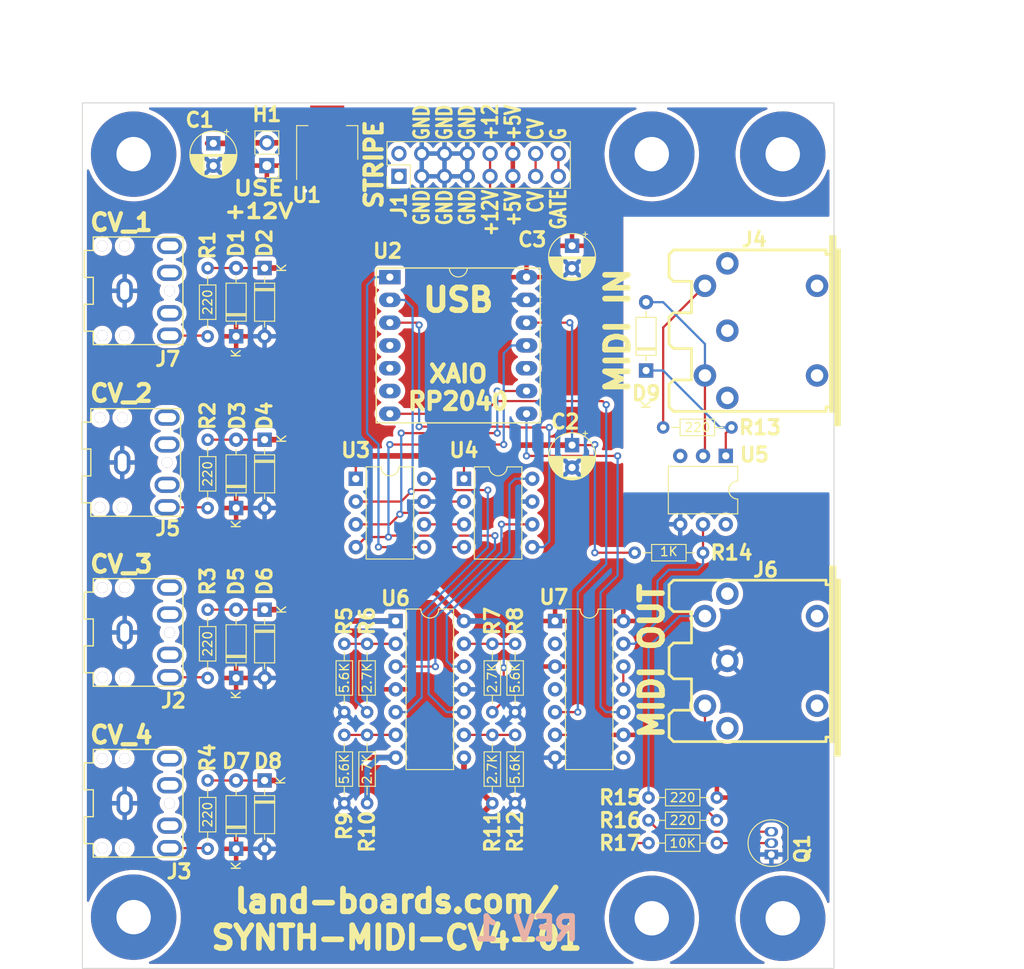
<source format=kicad_pcb>
(kicad_pcb (version 20211014) (generator pcbnew)
  (title_block (title "SYNTH MIDI COMTROLLER") (date "2022-09-23") (rev "1") (company "LAND BOARDS, LLC"))
  (layers (0 "F.Cu" signal) (31 "B.Cu" signal) (34 "B.Paste" user) (35 "F.Paste" user) (36 "B.SilkS" user "B.Silkscreen") (37 "F.SilkS" user "F.Silkscreen") (38 "B.Mask" user) (39 "F.Mask" user) (44 "Edge.Cuts" user))
  (net 0 "")
  (net 1 "Net-(D5-Pad1)")
  (net 2 "+3V3")
  (net 3 "+5V")
  (net 5 "+12V")
  (net 6 "Net-(C1-Pad1)")
  (net 11 "/RXD")
  (net 14 "/MIDI_IN")
  (net 15 "/CV_OUT")
  (net 16 "/CV4_I")
  (net 17 "/GATE_OUT")
  (net 18 "/CV3_I")
  (net 19 "Net-(D5-Pad2)")
  (net 20 "Net-(J6-Pad5)")
  (net 21 "Net-(Q1-Pad2)")
  (net 22 "Net-(Q1-Pad3)")
  (net 23 "/CV1_I")
  (net 24 "Net-(J6-Pad4)")
  (net 25 "/CV2_I")
  (net 26 "/CV4")
  (net 27 "/CV3")
  (net 29 "/CV1")
  (net 30 "Net-(U2-Pad6)")
  (net 31 "/CV2")
  (net 39 "GND")
  (net 40 "Net-(U2-Pad7)")
  (net 41 "Net-(U4-Pad11)")
  (net 42 "Net-(U6-Pad8)")
  (net 44 "Net-(U2-Pad5)")
  (net 45 "Net-(U5-Pad3)")
  (net 46 "Net-(U5-Pad5)")
  (net 47 "Net-(U7-Pad6)")
  (net 48 "/LD34*")
  (net 49 "/CS*")
  (net 50 "/LD12*")
  (net 51 "/SCK")
  (net 52 "/MOSI")
  (net 53 "Net-(R5-Pad2)")
  (net 54 "Net-(R7-Pad1)")
  (net 55 "Net-(R10-Pad1)")
  (net 56 "Net-(R11-Pad1)")
  (net 57 "Net-(R14-Pad1)")
  (net 58 "Net-(R17-Pad2)")
  (footprint "Capacitor_THT:CP_Radial_D5.0mm_P2.50mm" (layer "F.Cu") (at 140.97 38.799888 -90)
    (fp_text reference "C3")
    (fp_text value "10uF")
  )
  (footprint "Diode_THT:D_DO-35_SOD27_P7.62mm_Horizontal" (layer "F.Cu") (at 106.68 98.425 -90)
    (fp_text reference "D8")
    (fp_text value "BAT41")
  )
  (footprint "Capacitor_THT:CP_Radial_D5.0mm_P2.50mm" (layer "F.Cu") (at 140.97 61.024888 -90)
    (fp_text reference "C2")
    (fp_text value "10uF")
  )
  (footprint "Diode_THT:D_DO-35_SOD27_P7.62mm_Horizontal" (layer "F.Cu") (at 106.68 41.275 -90)
    (fp_text reference "D2")
    (fp_text value "BAT41")
  )
  (footprint "LandBoards_MountHoles:MTG-6-32" (layer "F.Cu") (at 92.075 113.665)
    (fp_text reference "MTG2" hide)
    (fp_text value "MountingHole" hide)
  )
  (footprint "Resistor_THT:R_Axial_DIN0204_L3.6mm_D1.6mm_P7.62mm_Horizontal" (layer "F.Cu") (at 132.08 93.345 -90)
    (fp_text reference "R11")
    (fp_text value "2.7K")
  )
  (footprint "LandBoards_MountHoles:MTG-6-32" (layer "F.Cu") (at 164.465 28.575)
    (fp_text reference "MTG3" hide)
    (fp_text value "MountingHole" hide)
  )
  (footprint "LandBoards_MountHoles:MTG-6-32" (layer "F.Cu") (at 146.558 114.173)
    (fp_text reference "MTG6" hide)
    (fp_text value "MountingHole" hide)
  )
  (footprint "Resistor_THT:R_Axial_DIN0204_L3.6mm_D1.6mm_P7.62mm_Horizontal" (layer "F.Cu") (at 100.33 60.42 -90)
    (fp_text reference "R2")
    (fp_text value "220")
  )
  (footprint "Resistor_THT:R_Axial_DIN0204_L3.6mm_D1.6mm_P7.62mm_Horizontal" (layer "F.Cu") (at 118.11 93.345 -90)
    (fp_text reference "R10")
    (fp_text value "2.7K")
  )
  (footprint "Resistor_THT:R_Axial_DIN0204_L3.6mm_D1.6mm_P7.62mm_Horizontal" (layer "F.Cu") (at 100.33 98.425 -90)
    (fp_text reference "R4")
    (fp_text value "220")
  )
  (footprint "Resistor_THT:R_Axial_DIN0204_L3.6mm_D1.6mm_P7.62mm_Horizontal" (layer "F.Cu") (at 151.13 59.055)
    (fp_text reference "R13")
    (fp_text value "220")
  )
  (footprint "Resistor_THT:R_Axial_DIN0204_L3.6mm_D1.6mm_P7.62mm_Horizontal" (layer "F.Cu") (at 132.08 83.185 -90)
    (fp_text reference "R7")
    (fp_text value "2.7K")
  )
  (footprint "LandBoards_Conns:Jack_3.5mm_CUI_SJ1-3523N_Horizontal" (layer "F.Cu") (at 91.075 100.965 90)
    (fp_text reference "J3")
    (fp_text value "AudioJack3" hide)
  )
  (footprint "Package_DIP:DIP-8_W7.62mm" (layer "F.Cu") (at 116.85 64.78)
    (fp_text reference "U3")
    (fp_text value "MCP4822-E/P")
  )
  (footprint "Package_DIP:DIP-6_W7.62mm" (layer "F.Cu") (at 158.115 62.23 -90)
    (fp_text reference "U5")
    (fp_text value "4N26")
  )
  (footprint "LandBoards_Conns:Jack_3.5mm_CUI_SJ1-3523N_Horizontal" (layer "F.Cu") (at 90.805 62.96 90)
    (fp_text reference "J5")
    (fp_text value "AudioJack3" hide)
  )
  (footprint "Diode_THT:D_DO-35_SOD27_P7.62mm_Horizontal" (layer "F.Cu") (at 103.505 68.04 90)
    (fp_text reference "D3")
    (fp_text value "BAT41")
  )
  (footprint "Package_DIP:DIP-8_W7.62mm" (layer "F.Cu") (at 128.915 64.78)
    (fp_text reference "U4")
    (fp_text value "MCP4822-E/P")
  )
  (footprint "Resistor_THT:R_Axial_DIN0204_L3.6mm_D1.6mm_P7.62mm_Horizontal" (layer "F.Cu") (at 118.11 83.185 -90)
    (fp_text reference "R6")
    (fp_text value "2.7K")
  )
  (footprint "Diode_THT:D_DO-35_SOD27_P7.62mm_Horizontal" (layer "F.Cu") (at 149.225 52.705 90)
    (fp_text reference "D9")
    (fp_text value "BAT41")
  )
  (footprint "Resistor_THT:R_Axial_DIN0204_L3.6mm_D1.6mm_P7.62mm_Horizontal" (layer "F.Cu") (at 100.33 41.275 -90)
    (fp_text reference "R1")
    (fp_text value "220")
  )
  (footprint "Diode_THT:D_DO-35_SOD27_P7.62mm_Horizontal" (layer "F.Cu") (at 103.505 48.895 90)
    (fp_text reference "D1")
    (fp_text value "BAT41")
  )
  (footprint "Diode_THT:D_DO-35_SOD27_P7.62mm_Horizontal" (layer "F.Cu") (at 103.505 106.045 90)
    (fp_text reference "D7")
    (fp_text value "BAT41")
  )
  (footprint "Diode_THT:D_DO-35_SOD27_P7.62mm_Horizontal" (layer "F.Cu") (at 106.68 79.375 -90)
    (fp_text reference "D6")
    (fp_text value "BAT41")
  )
  (footprint "Package_DIP:DIP-14_W7.62mm" (layer "F.Cu") (at 121.295 80.64)
    (fp_text reference "U6")
    (fp_text value "MCP6004")
  )
  (footprint "LandBoards_Conns:MIDI_DIN-5" (layer "F.Cu") (at 161.29 85.09 90)
    (fp_text reference "J6")
    (fp_text value "DIN-5" hide)
  )
  (footprint "Resistor_THT:R_Axial_DIN0204_L3.6mm_D1.6mm_P7.62mm_Horizontal" (layer "F.Cu") (at 115.57 90.805 90)
    (fp_text reference "R5")
    (fp_text value "5.6K")
  )
  (footprint "Resistor_THT:R_Axial_DIN0204_L3.6mm_D1.6mm_P7.62mm_Horizontal" (layer "F.Cu") (at 100.33 79.375 -90)
    (fp_text reference "R3")
    (fp_text value "220")
  )
  (footprint "LandBoards_MountHoles:MTG-6-32" (layer "F.Cu") (at 147.574 28.194)
    (fp_text reference "MTG5" hide)
    (fp_text value "MountingHole" hide)
  )
  (footprint "Diode_THT:D_DO-35_SOD27_P7.62mm_Horizontal" (layer "F.Cu") (at 106.68 60.42 -90)
    (fp_text reference "D4")
    (fp_text value "BAT41")
  )
  (footprint "Connector_PinHeader_2.54mm:PinHeader_2x08_P2.54mm_Vertical" (layer "F.Cu") (at 121.666 31.05 90)
    (fp_text reference "J1")
    (fp_text value "Conn_02x08_Odd_Even")
  )
  (footprint "Resistor_THT:R_Axial_DIN0204_L3.6mm_D1.6mm_P7.62mm_Horizontal" (layer "F.Cu") (at 149.5 102.87)
    (fp_text reference "R16")
    (fp_text value "220")
  )
  (footprint "Package_TO_SOT_THT:TO-92_Inline" (layer "F.Cu") (at 163.195 106.68 90)
    (fp_text reference "Q1")
    (fp_text value "2N3904")
  )
  (footprint "LandBoards_BoardOutlines:QT_Py" (layer "F.Cu") (at 120.65 42.291)
    (fp_text reference "U2")
    (fp_text value "XIAO_RP2040")
  )
  (footprint "Diode_THT:D_DO-35_SOD27_P7.62mm_Horizontal" (layer "F.Cu") (at 103.505 86.995 90)
    (fp_text reference "D5")
    (fp_text value "BAT41")
  )
  (footprint "Connector_PinHeader_2.54mm:PinHeader_1x02_P2.54mm_Vertical" (layer "F.Cu") (at 106.934 29.85 180)
    (fp_text reference "H1")
    (fp_text value "Conn_01x02")
  )
  (footprint "LandBoards_MountHoles:MTG-6-32" (layer "F.Cu") (at 164.465 113.665)
    (fp_text reference "MTG4" hide)
    (fp_text value "MountingHole" hide)
  )
  (footprint "LandBoards_MountHoles:MTG-6-32" (layer "F.Cu") (at 92.075 28.575)
    (fp_text reference "MTG1" hide)
    (fp_text value "MountingHole" hide)
  )
  (footprint "Resistor_THT:R_Axial_DIN0204_L3.6mm_D1.6mm_P7.62mm_Horizontal" (layer "F.Cu") (at 134.62 90.805 90)
    (fp_text reference "R8")
    (fp_text value "5.6K")
  )
  (footprint "Resistor_THT:R_Axial_DIN0204_L3.6mm_D1.6mm_P7.62mm_Horizontal" (layer "F.Cu") (at 155.575 73.025 180)
    (fp_text reference "R14")
    (fp_text value "1K")
  )
  (footprint "Resistor_THT:R_Axial_DIN0204_L3.6mm_D1.6mm_P7.62mm_Horizontal" (layer "F.Cu") (at 115.57 100.965 90)
    (fp_text reference "R9")
    (fp_text value "5.6K")
  )
  (footprint "Resistor_THT:R_Axial_DIN0204_L3.6mm_D1.6mm_P7.62mm_Horizontal" (layer "F.Cu") (at 134.62 100.965 90)
    (fp_text reference "R12")
    (fp_text value "5.6K")
  )
  (footprint "LandBoards_Conns:MIDI_DIN-5" (layer "F.Cu") (at 161.29 48.26 90)
    (fp_text reference "J4")
    (fp_text value "DIN-5" hide)
  )
  (footprint "Resistor_THT:R_Axial_DIN0204_L3.6mm_D1.6mm_P7.62mm_Horizontal" (layer "F.Cu") (at 149.5 100.33)
    (fp_text reference "R15")
    (fp_text value "220")
  )
  (footprint "LandBoards_Conns:Jack_3.5mm_CUI_SJ1-3523N_Horizontal" (layer "F.Cu") (at 91.075 81.915 90)
    (fp_text reference "J2")
    (fp_text value "AudioJack3" hide)
  )
  (footprint "Capacitor_THT:CP_Radial_D5.0mm_P2.50mm" (layer "F.Cu") (at 100.965 27.369888 -90)
    (fp_text reference "C1")
    (fp_text value "10uF")
  )
  (footprint "LandBoards_Conns:Jack_3.5mm_CUI_SJ1-3523N_Horizontal" (layer "F.Cu") (at 91.075 43.815 90)
    (fp_text reference "J7")
    (fp_text value "AudioJack3" hide)
  )
  (footprint "Package_DIP:DIP-14_W7.62mm" (layer "F.Cu") (at 139.075 80.64)
    (fp_text reference "U7")
    (fp_text value "74HC04")
  )
  (footprint "Resistor_THT:R_Axial_DIN0204_L3.6mm_D1.6mm_P7.62mm_Horizontal" (layer "F.Cu") (at 157.12 105.41 180)
    (fp_text reference "R17")
    (fp_text value "10K")
  )
  (footprint "Package_TO_SOT_SMD:SOT-223" (layer "F.Cu") (at 113.665 27.305 90)
    (fp_text reference "U1")
    (fp_text value "AZ1117-5")
  )
  (gr_rect (start 86.36 22.86) (end 170.18 119.38) (layer "Edge.Cuts") (width 0.1) (fill none))
  (gr_text "REV 1" (at 135.89 114.935) (layer "B.SilkS") (effects (font (size 2.54 2.54) (thickness 0.635)) (justify mirror)))
  (gr_text "XAIO\nRP2040" (at 128.27 54.61) (layer "F.SilkS") (effects (font (size 1.905 1.905) (thickness 0.47625))))
  (gr_text "STRIPE" (at 118.872 29.718 90) (layer "F.SilkS") (effects (font (size 1.905 1.905) (thickness 0.47625))))
  (gr_text "CV_3" (at 86.995 74.295) (layer "F.SilkS") (effects (font (size 1.8796 1.905) (thickness 0.4699)) (justify left)))
  (gr_text "GND" (at 126.746 27.178 90) (layer "F.SilkS") (effects (font (size 1.651 1.27) (thickness 0.3175)) (justify left)))
  (gr_text "GND" (at 129.286 27.178 90) (layer "F.SilkS") (effects (font (size 1.651 1.27) (thickness 0.3175)) (justify left)))
  (gr_text "CV_1" (at 86.995 36.195) (layer "F.SilkS") (effects (font (size 1.8796 1.905) (thickness 0.4699)) (justify left)))
  (gr_text "CV" (at 136.906 32.512 90) (layer "F.SilkS") (effects (font (size 1.651 1.27) (thickness 0.3175)) (justify right)))
  (gr_text "+5V" (at 134.366 27.18 90) (layer "F.SilkS") (effects (font (size 1.651 1.27) (thickness 0.3175)) (justify left)))
  (gr_text "land-boards.com/\nSYNTH-MIDI-CV4-01" (at 121.412 113.919) (layer "F.SilkS") (effects (font (size 2.54 2.54) (thickness 0.635))))
  (gr_text "GND" (at 124.206 32.38 90) (layer "F.SilkS") (effects (font (size 1.651 1.27) (thickness 0.3175)) (justify right)))
  (gr_text "+12V" (at 131.856 32.38 90) (layer "F.SilkS") (effects (font (size 1.651 1.27) (thickness 0.3175)) (justify right)))
  (gr_text "MIDI OUT" (at 149.86 85.09 90) (layer "F.SilkS") (effects (font (size 2.54 2.54) (thickness 0.635))))
  (gr_text "+5V" (at 134.366 32.512 90) (layer "F.SilkS") (effects (font (size 1.651 1.27) (thickness 0.3175)) (justify right)))
  (gr_text "GND" (at 129.286 32.38 90) (layer "F.SilkS") (effects (font (size 1.651 1.27) (thickness 0.3175)) (justify right)))
  (gr_text "GATE" (at 139.446 32.258 90) (layer "F.SilkS") (effects (font (size 1.651 1.27) (thickness 0.3175)) (justify right)))
  (gr_text "CV_4" (at 86.995 93.345) (layer "F.SilkS") (effects (font (size 1.905 1.905) (thickness 0.47625)) (justify left)))
  (gr_text "CV" (at 136.906 27.178 90) (layer "F.SilkS") (effects (font (size 1.651 1.27) (thickness 0.3175)) (justify left)))
  (gr_text "USB" (at 128.27 44.831) (layer "F.SilkS") (effects (font (size 2.54 2.54) (thickness 0.635))))
  (gr_text "+12" (at 131.826 27.18 90) (layer "F.SilkS") (effects (font (size 1.651 1.27) (thickness 0.3175)) (justify left)))
  (gr_text "GND" (at 124.206 27.178 90) (layer "F.SilkS") (effects (font (size 1.651 1.27) (thickness 0.3175)) (justify left)))
  (gr_text "GND" (at 126.746 32.38 90) (layer "F.SilkS") (effects (font (size 1.651 1.27) (thickness 0.3175)) (justify right)))
  (gr_text "CV_2" (at 86.995 55.245) (layer "F.SilkS") (effects (font (size 1.8796 1.905) (thickness 0.4699)) (justify left)))
  (gr_text "MIDI IN" (at 146.05 48.26 90) (layer "F.SilkS") (effects (font (size 2.54 2.54) (thickness 0.635))))
  (gr_text "G" (at 139.446 27.178 90) (layer "F.SilkS") (effects (font (size 1.651 1.27) (thickness 0.3175)) (justify left)))
  (gr_text "USE\n+12V" (at 106.045 33.655) (layer "F.SilkS") (effects (font (size 1.5875 1.905) (thickness 0.381))))
  (segment (start 158.115 59.69) (end 158.75 59.055) (width 0.25) (layer "F.Cu") (net 1))
  (segment (start 158.115 62.23) (end 158.115 59.69) (width 0.25) (layer "F.Cu") (net 1))
  (segment (start 151.13 52.705) (end 157.48 59.055) (width 0.25) (layer "B.Cu") (net 1))
  (segment (start 149.225 52.705) (end 151.13 52.705) (width 0.25) (layer "B.Cu") (net 1))
  (segment (start 158.75 59.055) (end 157.48 59.055) (width 0.25) (layer "B.Cu") (net 1))
  (segment (start 135.190112 61.024888) (end 140.97 61.024888) (width 0.635) (layer "F.Cu") (net 2))
  (segment (start 129.814 62.23) (end 128.915 63.129) (width 0.635) (layer "F.Cu") (net 2))
  (segment (start 140.97 61.024888) (end 143.445112 61.024888) (width 0.25) (layer "F.Cu") (net 2))
  (segment (start 118.618 62.23) (end 117.856 62.23) (width 0.635) (layer "F.Cu") (net 2))
  (segment (start 135.89 47.371) (end 140.716 47.371) (width 0.25) (layer "F.Cu") (net 2))
  (segment (start 116.85 64.78) (end 116.85 63.236) (width 0.25) (layer "F.Cu") (net 2))
  (segment (start 143.51 73.025) (end 147.955 73.025) (width 0.25) (layer "F.Cu") (net 2))
  (segment (start 117.856 62.23) (end 116.85 63.236) (width 0.635) (layer "F.Cu") (net 2))
  (segment (start 143.445112 61.024888) (end 143.51 60.96) (width 0.25) (layer "F.Cu") (net 2))
  (segment (start 128.915 63.129) (end 128.915 64.78) (width 0.25) (layer "F.Cu") (net 2))
  (segment (start 118.618 62.23) (end 133.985 62.23) (width 0.635) (layer "F.Cu") (net 2))
  (segment (start 133.985 62.23) (end 135.190112 61.024888) (width 0.635) (layer "F.Cu") (net 2))
  (via (at 143.51 60.96) (size 0.8) (drill 0.4) (layers "F.Cu" "B.Cu") (net 2))
  (via (at 140.716 47.371) (size 0.8) (drill 0.4) (layers "F.Cu" "B.Cu") (net 2))
  (via (at 143.51 73.025) (size 0.8) (drill 0.4) (layers "F.Cu" "B.Cu") (net 2))
  (segment (start 143.51 73.025) (end 143.51 61.024888) (width 0.25) (layer "B.Cu") (net 2))
  (segment (start 140.97 61.024888) (end 140.97 47.625) (width 0.25) (layer "B.Cu") (net 2))
  (segment (start 140.97 47.625) (end 140.716 47.371) (width 0.25) (layer "B.Cu") (net 2))
  (segment (start 118.11 34.925) (end 115.965 32.78) (width 0.635) (layer "F.Cu") (net 5))
  (segment (start 129.54 34.925) (end 118.11 34.925) (width 0.635) (layer "F.Cu") (net 5))
  (segment (start 131.826 31.05) (end 131.826 32.639) (width 0.254) (layer "F.Cu") (net 5))
  (segment (start 115.965 32.78) (end 115.965 30.455) (width 0.254) (layer "F.Cu") (net 5))
  (segment (start 129.54 34.925) (end 131.826 32.639) (width 0.635) (layer "F.Cu") (net 5))
  (segment (start 131.826 31.05) (end 131.826 28.51) (width 0.254) (layer "F.Cu") (net 5))
  (segment (start 104.132776 27.31) (end 106.934 27.31) (width 0.635) (layer "F.Cu") (net 6))
  (segment (start 113.665 27.305) (end 113.665 24.155) (width 0.635) (layer "F.Cu") (net 6))
  (segment (start 111.683 27.305) (end 111.678 27.31) (width 0.635) (layer "F.Cu") (net 6))
  (segment (start 100.33 27.369888) (end 104.072888 27.369888) (width 0.635) (layer "F.Cu") (net 6))
  (segment (start 113.665 27.305) (end 113.665 30.455) (width 0.635) (layer "F.Cu") (net 6))
  (segment (start 104.072888 27.369888) (end 104.132776 27.31) (width 0.635) (layer "F.Cu") (net 6))
  (segment (start 111.683 27.305) (end 113.665 27.305) (width 0.635) (layer "F.Cu") (net 6))
  (segment (start 111.678 27.31) (end 106.934 27.31) (width 0.635) (layer "F.Cu") (net 6))
  (segment (start 135.89 62.23) (end 146.05 62.23) (width 0.25) (layer "F.Cu") (net 11))
  (via (at 146.05 62.23) (size 0.8) (drill 0.4) (layers "F.Cu" "B.Cu") (net 11))
  (via (at 135.89 62.23) (size 0.8) (drill 0.4) (layers "F.Cu" "B.Cu") (net 11))
  (segment (start 144.775 90.8) (end 144.145 90.17) (width 0.25) (layer "B.Cu") (net 11))
  (segment (start 146.05 75.565) (end 144.145 77.47) (width 0.25) (layer "B.Cu") (net 11))
  (segment (start 146.05 62.23) (end 146.05 75.565) (width 0.25) (layer "B.Cu") (net 11))
  (segment (start 135.89 62.23) (end 135.89 57.531) (width 0.25) (layer "B.Cu") (net 11))
  (segment (start 144.145 90.17) (end 144.145 77.47) (width 0.25) (layer "B.Cu") (net 11))
  (segment (start 146.695 90.8) (end 144.775 90.8) (width 0.25) (layer "B.Cu") (net 11))
  (segment (start 151.13 47.92) (end 155.79 43.26) (width 0.25) (layer "F.Cu") (net 14))
  (segment (start 151.13 59.055) (end 151.13 47.92) (width 0.25) (layer "F.Cu") (net 14))
  (segment (start 136.906 28.51) (end 136.906 31.05) (width 0.254) (layer "F.Cu") (net 15))
  (segment (start 128.915 95.88) (end 128.915 97.8) (width 0.635) (layer "F.Cu") (net 16))
  (segment (start 103.505 98.425) (end 106.68 98.425) (width 0.25) (layer "F.Cu") (net 16))
  (segment (start 129.54 103.505) (end 132.08 100.965) (width 0.635) (layer "F.Cu") (net 16))
  (segment (start 128.915 97.8) (end 132.08 100.965) (width 0.635) (layer "F.Cu") (net 16))
  (segment (start 100.33 98.425) (end 103.505 98.425) (width 0.25) (layer "F.Cu") (net 16))
  (segment (start 113.03 103.505) (end 129.54 103.505) (width 0.635) (layer "F.Cu") (net 16))
  (segment (start 107.95 98.425) (end 113.03 103.505) (width 0.635) (layer "F.Cu") (net 16))
  (segment (start 106.68 98.425) (end 107.95 98.425) (width 0.635) (layer "F.Cu") (net 16))
  (segment (start 139.446 28.51) (end 139.446 31.05) (width 0.254) (layer "F.Cu") (net 17))
  (segment (start 109.855 91.44) (end 109.855 80.645) (width 0.635) (layer "F.Cu") (net 18))
  (segment (start 100.33 79.375) (end 103.505 79.375) (width 0.25) (layer "F.Cu") (net 18))
  (segment (start 109.855 80.645) (end 108.585 79.375) (width 0.635) (layer "F.Cu") (net 18))
  (segment (start 103.505 79.375) (end 106.68 79.375) (width 0.25) (layer "F.Cu") (net 18))
  (segment (start 121.295 95.88) (end 114.295 95.88) (width 0.635) (layer "F.Cu") (net 18))
  (segment (start 108.585 79.375) (end 106.68 79.375) (width 0.635) (layer "F.Cu") (net 18))
  (segment (start 114.295 95.88) (end 109.855 91.44) (width 0.635) (layer "F.Cu") (net 18))
  (segment (start 118.11 97.155) (end 119.385 95.88) (width 0.635) (layer "B.Cu") (net 18))
  (segment (start 119.385 95.88) (end 121.295 95.88) (width 0.635) (layer "B.Cu") (net 18))
  (segment (start 118.11 100.965) (end 118.11 97.155) (width 0.635) (layer "B.Cu") (net 18))
  (segment (start 155.79 53.26) (end 155.79 62.015) (width 0.25) (layer "F.Cu") (net 19))
  (segment (start 151.13 45.085) (end 155.79 49.745) (width 0.25) (layer "B.Cu") (net 19))
  (segment (start 149.225 45.085) (end 151.13 45.085) (width 0.25) (layer "B.Cu") (net 19))
  (segment (start 155.79 49.745) (end 155.79 53.26) (width 0.25) (layer "B.Cu") (net 19))
  (segment (start 155.79 101.54) (end 157.12 102.87) (width 0.25) (layer "F.Cu") (net 20))
  (segment (start 155.79 90.09) (end 155.79 101.54) (width 0.25) (layer "F.Cu") (net 20))
  (segment (start 157.12 105.41) (end 163.195 105.41) (width 0.25) (layer "F.Cu") (net 21))
  (segment (start 150.77 104.14) (end 163.195 104.14) (width 0.25) (layer "F.Cu") (net 22))
  (segment (start 149.5 102.87) (end 150.77 104.14) (width 0.25) (layer "F.Cu") (net 22))
  (segment (start 133.35 85.852) (end 133.35 89.535) (width 0.25) (layer "F.Cu") (net 23))
  (segment (start 113.03 73.025) (end 113.03 45.085) (width 0.635) (layer "F.Cu") (net 23))
  (segment (start 125.745 77.47) (end 128.915 80.64) (width 0.635) (layer "F.Cu") (net 23))
  (segment (start 117.475 77.47) (end 125.745 77.47) (width 0.635) (layer "F.Cu") (net 23))
  (segment (start 133.35 89.535) (end 132.08 90.805) (width 0.25) (layer "F.Cu") (net 23))
  (segment (start 113.03 45.085) (end 109.22 41.275) (width 0.635) (layer "F.Cu") (net 23))
  (segment (start 103.505 41.275) (end 106.68 41.275) (width 0.25) (layer "F.Cu") (net 23))
  (segment (start 109.22 41.275) (end 106.68 41.275) (width 0.635) (layer "F.Cu") (net 23))
  (segment (start 117.475 77.47) (end 113.03 73.025) (width 0.635) (layer "F.Cu") (net 23))
  (segment (start 100.33 41.275) (end 103.505 41.275) (width 0.25) (layer "F.Cu") (net 23))
  (via (at 133.35 85.852) (size 0.8) (drill 0.4) (layers "F.Cu" "B.Cu") (net 23))
  (segment (start 133.35 85.852) (end 133.35 81.28) (width 0.25) (layer "B.Cu") (net 23))
  (segment (start 132.71 80.64) (end 128.915 80.64) (width 0.635) (layer "B.Cu") (net 23))
  (segment (start 133.35 81.28) (end 132.71 80.64) (width 0.635) (layer "B.Cu") (net 23))
  (segment (start 155.79 80.09) (end 152.955 80.09) (width 0.25) (layer "B.Cu") (net 24))
  (segment (start 152.955 80.09) (end 149.5 83.545) (width 0.25) (layer "B.Cu") (net 24))
  (segment (start 149.5 83.545) (end 149.5 100.33) (width 0.25) (layer "B.Cu") (net 24))
  (segment (start 110.49 76.2) (end 110.49 62.23) (width 0.635) (layer "F.Cu") (net 25))
  (segment (start 121.295 80.64) (end 114.93 80.64) (width 0.635) (layer "F.Cu") (net 25))
  (segment (start 100.775 60.42) (end 103.95 60.42) (width 0.25) (layer "F.Cu") (net 25))
  (segment (start 114.93 80.64) (end 110.49 76.2) (width 0.635) (layer "F.Cu") (net 25))
  (segment (start 103.95 60.42) (end 107.125 60.42) (width 0.25) (layer "F.Cu") (net 25))
  (segment (start 108.68 60.42) (end 106.68 60.42) (width 0.635) (layer "F.Cu") (net 25))
  (segment (start 110.49 62.23) (end 108.68 60.42) (width 0.635) (layer "F.Cu") (net 25))
  (segment (start 116.84 89.535) (end 118.11 90.805) (width 0.25) (layer "B.Cu") (net 25))
  (segment (start 117.48 80.64) (end 121.295 80.64) (width 0.635) (layer "B.Cu") (net 25))
  (segment (start 116.84 81.28) (end 117.48 80.64) (width 0.25) (layer "B.Cu") (net 25))
  (segment (start 116.84 89.535) (end 116.84 81.28) (width 0.25) (layer "B.Cu") (net 25))
  (segment (start 96.075 105.965) (end 100.25 105.965) (width 0.25) (layer "F.Cu") (net 26))
  (segment (start 96.075 86.915) (end 100.25 86.915) (width 0.25) (layer "F.Cu") (net 27))
  (segment (start 96.075 48.815) (end 100.25 48.815) (width 0.25) (layer "F.Cu") (net 29))
  (segment (start 95.805 67.96) (end 100.25 67.96) (width 0.25) (layer "F.Cu") (net 31))
  (segment (start 111.238 32.678) (end 111.238 30.48) (width 0.254) (layer "F.Cu") (net 39))
  (via (at 111.238 32.678) (size 0.8) (drill 0.4) (layers "F.Cu" "B.Cu") (net 39))
  (segment (start 132.47948 56.11552) (end 144.38052 56.11552) (width 0.25) (layer "F.Cu") (net 40))
  (segment (start 144.38052 56.11552) (end 144.78 56.515) (width 0.25) (layer "F.Cu") (net 40))
  (segment (start 131.064 57.531) (end 132.47948 56.11552) (width 0.25) (layer "F.Cu") (net 40))
  (segment (start 141.61 90.8) (end 139.075 90.8) (width 0.25) (layer "F.Cu") (net 40))
  (segment (start 120.65 57.531) (end 131.064 57.531) (width 0.25) (layer "F.Cu") (net 40))
  (via (at 141.61 90.8) (size 0.8) (drill 0.4) (layers "F.Cu" "B.Cu") (net 40))
  (via (at 144.78 56.515) (size 0.8) (drill 0.4) (layers "F.Cu" "B.Cu") (net 40))
  (segment (start 141.61 90.8) (end 141.61 77.465) (width 0.25) (layer "B.Cu") (net 40))
  (segment (start 141.61 77.465) (end 144.78 74.295) (width 0.25) (layer "B.Cu") (net 40))
  (segment (start 144.78 56.515) (end 144.78 74.295) (width 0.25) (layer "B.Cu") (net 40))
  (segment (start 146.685 85.725) (end 146.685 88.265) (width 0.25) (layer "F.Cu") (net 41))
  (segment (start 136.535 64.78) (end 134.61 64.78) (width 0.25) (layer "B.Cu") (net 42))
  (segment (start 127 80.01) (end 127 85.09) (width 0.25) (layer "B.Cu") (net 42))
  (segment (start 127 85.09) (end 127.63 85.72) (width 0.25) (layer "B.Cu") (net 42))
  (segment (start 133.985 65.405) (end 133.985 73.025) (width 0.25) (layer "B.Cu") (net 42))
  (segment (start 134.61 64.78) (end 133.985 65.405) (width 0.25) (layer "B.Cu") (net 42))
  (segment (start 127.63 85.72) (end 128.915 85.72) (width 0.25) (layer "B.Cu") (net 42))
  (segment (start 133.985 73.025) (end 127 80.01) (width 0.25) (layer "B.Cu") (net 42))
  (segment (start 121.295 85.72) (end 125.725 85.72) (width 0.25) (layer "F.Cu") (net 45))
  (segment (start 125.725 85.72) (end 125.73 85.725) (width 0.25) (layer "F.Cu") (net 45))
  (segment (start 136.535 69.86) (end 133.106 69.86) (width 0.25) (layer "F.Cu") (net 45))
  (segment (start 133.106 69.86) (end 133.096 69.85) (width 0.25) (layer "F.Cu") (net 45))
  (via (at 125.73 85.725) (size 0.8) (drill 0.4) (layers "F.Cu" "B.Cu") (net 45))
  (via (at 133.096 69.85) (size 0.8) (drill 0.4) (layers "F.Cu" "B.Cu") (net 45))
  (segment (start 125.73 80.264) (end 125.73 85.725) (width 0.25) (layer "B.Cu") (net 45))
  (segment (start 133.096 72.898) (end 125.73 80.264) (width 0.25) (layer "B.Cu") (net 45))
  (segment (start 133.096 69.85) (end 133.096 72.898) (width 0.25) (layer "B.Cu") (net 45))
  (segment (start 124.47 64.78) (end 126.248 64.78) (width 0.25) (layer "F.Cu") (net 46))
  (segment (start 127.508 66.04) (end 131.572 66.04) (width 0.25) (layer "F.Cu") (net 46))
  (segment (start 126.248 64.78) (end 127.508 66.04) (width 0.25) (layer "F.Cu") (net 46))
  (via (at 131.572 66.04) (size 0.8) (drill 0.4) (layers "F.Cu" "B.Cu") (net 46))
  (segment (start 124.206 79.756) (end 124.206 89.164) (width 0.25) (layer "B.Cu") (net 46))
  (segment (start 121.295 90.8) (end 122.57 90.8) (width 0.25) (layer "B.Cu") (net 46))
  (segment (start 131.572 72.39) (end 124.206 79.756) (width 0.25) (layer "B.Cu") (net 46))
  (segment (start 122.57 90.8) (end 124.206 89.164) (width 0.25) (layer "B.Cu") (net 46))
  (segment (start 131.572 66.04) (end 131.572 72.39) (width 0.25) (layer "B.Cu") (net 46))
  (segment (start 124.47 69.86) (end 125.994 69.86) (width 0.25) (layer "F.Cu") (net 47))
  (segment (start 125.994 69.86) (end 127.254 71.12) (width 0.25) (layer "F.Cu") (net 47))
  (segment (start 127.254 71.12) (end 132.3715 71.12) (width 0.25) (layer "F.Cu") (net 47))
  (via (at 132.3715 71.12) (size 0.8) (drill 0.4) (layers "F.Cu" "B.Cu") (net 47))
  (segment (start 132.3715 71.12) (end 132.3715 72.6065) (width 0.25) (layer "B.Cu") (net 47))
  (segment (start 128.915 90.8) (end 126.995 90.8) (width 0.25) (layer "B.Cu") (net 47))
  (segment (start 124.968 88.773) (end 126.995 90.8) (width 0.25) (layer "B.Cu") (net 47))
  (segment (start 132.3715 72.6065) (end 124.968 80.01) (width 0.25) (layer "B.Cu") (net 47))
  (segment (start 124.968 80.01) (end 124.968 88.773) (width 0.25) (layer "B.Cu") (net 47))
  (segment (start 124.47 72.4) (end 119.39 72.4) (width 0.25) (layer "F.Cu") (net 48))
  (segment (start 119.39 72.4) (end 119.38 72.39) (width 0.25) (layer "F.Cu") (net 48))
  (via (at 119.38 72.39) (size 0.8) (drill 0.4) (layers "F.Cu" "B.Cu") (net 48))
  (segment (start 119.38 72.39) (end 119.38 60.96) (width 0.25) (layer "B.Cu") (net 48))
  (segment (start 118.11 59.69) (end 118.11 43.18) (width 0.25) (layer "B.Cu") (net 48))
  (segment (start 119.38 60.96) (end 118.11 59.69) (width 0.25) (layer "B.Cu") (net 48))
  (segment (start 118.999 42.291) (end 120.65 42.291) (width 0.25) (layer "B.Cu") (net 48))
  (segment (start 118.11 43.18) (end 118.999 42.291) (width 0.25) (layer "B.Cu") (net 48))
  (segment (start 128.915 67.32) (end 126.502 67.32) (width 0.25) (layer "F.Cu") (net 49))
  (segment (start 121.91 67.32) (end 123.034511 66.195489) (width 0.25) (layer "F.Cu") (net 49))
  (segment (start 126.502 67.32) (end 125.222 66.04) (width 0.25) (layer "F.Cu") (net 49))
  (segment (start 125.222 66.04) (end 123.19 66.04) (width 0.25) (layer "F.Cu") (net 49))
  (segment (start 123.19 66.04) (end 123.034511 66.195489) (width 0.25) (layer "F.Cu") (net 49))
  (segment (start 116.85 67.32) (end 121.91 67.32) (width 0.25) (layer "F.Cu") (net 49))
  (via (at 123.034511 66.195489) (size 0.8) (drill 0.4) (layers "F.Cu" "B.Cu") (net 49))
  (segment (start 123.19 45.72) (end 122.301 44.831) (width 0.25) (layer "B.Cu") (net 49))
  (segment (start 122.301 44.831) (end 120.65 44.831) (width 0.25) (layer "B.Cu") (net 49))
  (segment (start 123.19 66.04) (end 123.19 45.72) (width 0.25) (layer "B.Cu") (net 49))
  (segment (start 123.034511 66.195489) (end 123.19 66.04) (width 0.25) (layer "B.Cu") (net 49))
  (segment (start 138.43 59.055) (end 133.985 59.055) (width 0.25) (layer "F.Cu") (net 50))
  (segment (start 123.6605 47.371) (end 120.65 47.371) (width 0.25) (layer "F.Cu") (net 50))
  (segment (start 133.895489 58.965489) (end 123.914511 58.965489) (width 0.25) (layer "F.Cu") (net 50))
  (segment (start 133.985 59.055) (end 133.895489 58.965489) (width 0.25) (layer "F.Cu") (net 50))
  (segment (start 123.9145 47.625) (end 123.6605 47.371) (width 0.25) (layer "F.Cu") (net 50))
  (via (at 138.43 59.055) (size 0.8) (drill 0.4) (layers "F.Cu" "B.Cu") (net 50))
  (via (at 123.914511 58.965489) (size 0.8) (drill 0.4) (layers "F.Cu" "B.Cu") (net 50))
  (via (at 123.9145 47.625) (size 0.8) (drill 0.4) (layers "F.Cu" "B.Cu") (net 50))
  (segment (start 138.43 71.755) (end 138.43 59.055) (width 0.25) (layer "B.Cu") (net 50))
  (segment (start 136.535 72.4) (end 137.785 72.4) (width 0.25) (layer "B.Cu") (net 50))
  (segment (start 123.914511 58.965489) (end 123.9145 58.965478) (width 0.25) (layer "B.Cu") (net 50))
  (segment (start 137.785 72.4) (end 138.43 71.755) (width 0.25) (layer "B.Cu") (net 50))
  (segment (start 123.9145 58.965478) (end 123.9145 47.625) (width 0.25) (layer "B.Cu") (net 50))
  (segment (start 121.92 59.69) (end 132.6255 59.69) (width 0.25) (layer "F.Cu") (net 51))
  (segment (start 121.92 68.58) (end 121.764511 68.735489) (width 0.25) (layer "F.Cu") (net 51))
  (segment (start 127.264 69.86) (end 125.984 68.58) (width 0.25) (layer "F.Cu") (net 51))
  (segment (start 125.984 68.58) (end 121.92 68.58) (width 0.25) (layer "F.Cu") (net 51))
  (segment (start 128.915 69.86) (end 127.264 69.86) (width 0.25) (layer "F.Cu") (net 51))
  (segment (start 120.64 69.86) (end 121.764511 68.735489) (width 0.25) (layer "F.Cu") (net 51))
  (segment (start 132.6255 54.991) (end 135.89 54.991) (width 0.25) (layer "F.Cu") (net 51))
  (segment (start 116.85 69.86) (end 120.64 69.86) (width 0.25) (layer "F.Cu") (net 51))
  (via (at 121.92 59.69) (size 0.8) (drill 0.4) (layers "F.Cu" "B.Cu") (net 51))
  (via (at 132.6255 54.991) (size 0.8) (drill 0.4) (layers "F.Cu" "B.Cu") (net 51))
  (via (at 121.764511 68.735489) (size 0.8) (drill 0.4) (layers "F.Cu" "B.Cu") (net 51))
  (via (at 132.6255 59.69) (size 0.8) (drill 0.4) (layers "F.Cu" "B.Cu") (net 51))
  (segment (start 132.6255 59.69) (end 132.6255 54.991) (width 0.25) (layer "B.Cu") (net 51))
  (segment (start 121.764511 68.735489) (end 121.92 68.58) (width 0.25) (layer "B.Cu") (net 51))
  (segment (start 121.92 68.58) (end 121.92 59.69) (width 0.25) (layer "B.Cu") (net 51))
  (segment (start 127.264 72.4) (end 125.984 71.12) (width 0.25) (layer "F.Cu") (net 52))
  (segment (start 120.65 71.12) (end 120.494511 71.275489) (width 0.25) (layer "F.Cu") (net 52))
  (segment (start 120.65 60.96) (end 133.35 60.96) (width 0.25) (layer "F.Cu") (net 52))
  (segment (start 128.915 72.4) (end 127.264 72.4) (width 0.25) (layer "F.Cu") (net 52))
  (segment (start 117.974511 71.275489) (end 116.85 72.4) (width 0.25) (layer "F.Cu") (net 52))
  (segment (start 125.984 71.12) (end 120.65 71.12) (width 0.25) (layer "F.Cu") (net 52))
  (segment (start 117.974511 71.275489) (end 120.494511 71.275489) (width 0.25) (layer "F.Cu") (net 52))
  (via (at 120.65 60.96) (size 0.8) (drill 0.4) (layers "F.Cu" "B.Cu") (net 52))
  (via (at 120.494511 71.275489) (size 0.8) (drill 0.4) (layers "F.Cu" "B.Cu") (net 52))
  (via (at 133.35 60.96) (size 0.8) (drill 0.4) (layers "F.Cu" "B.Cu") (net 52))
  (segment (start 120.494511 61.115489) (end 120.65 60.96) (width 0.25) (layer "B.Cu") (net 52))
  (segment (start 134.239 49.911) (end 133.35 50.8) (width 0.25) (layer "B.Cu") (net 52))
  (segment (start 120.494511 71.275489) (end 120.494511 61.115489) (width 0.25) (layer "B.Cu") (net 52))
  (segment (start 133.35 60.96) (end 133.35 50.8) (width 0.25) (layer "B.Cu") (net 52))
  (segment (start 135.89 49.911) (end 134.239 49.911) (width 0.25) (layer "B.Cu") (net 52))
  (segment (start 115.57 83.185) (end 118.11 83.185) (width 0.25) (layer "F.Cu") (net 53))
  (segment (start 118.11 83.185) (end 121.29 83.185) (width 0.25) (layer "F.Cu") (net 53))
  (segment (start 128.915 83.18) (end 132.075 83.18) (width 0.25) (layer "F.Cu") (net 54))
  (segment (start 132.08 83.185) (end 134.62 83.185) (width 0.25) (layer "F.Cu") (net 54))
  (segment (start 121.295 93.34) (end 118.115 93.34) (width 0.25) (layer "F.Cu") (net 55))
  (segment (start 118.11 93.345) (end 115.57 93.345) (width 0.25) (layer "F.Cu") (net 55))
  (segment (start 128.915 93.34) (end 132.075 93.34) (width 0.25) (layer "F.Cu") (net 56))
  (segment (start 132.08 93.345) (end 134.62 93.345) (width 0.25) (layer "F.Cu") (net 56))
  (segment (start 155.575 69.85) (end 155.575 73.025) (width 0.25) (layer "F.Cu") (net 57))
  (segment (start 150.495 76.2) (end 151.765 74.93) (width 0.25) (layer "B.Cu") (net 57))
  (segment (start 150.495 80.645) (end 150.495 76.2) (width 0.25) (layer "B.Cu") (net 57))
  (segment (start 155.575 74.295) (end 155.575 73.025) (width 0.25) (layer "B.Cu") (net 57))
  (segment (start 147.96 83.18) (end 150.495 80.645) (width 0.25) (layer "B.Cu") (net 57))
  (segment (start 146.695 83.18) (end 147.96 83.18) (width 0.25) (layer "B.Cu") (net 57))
  (segment (start 154.94 74.93) (end 155.575 74.295) (width 0.25) (layer "B.Cu") (net 57))
  (segment (start 151.765 74.93) (end 154.94 74.93) (width 0.25) (layer "B.Cu") (net 57))
  (segment (start 144.78 105.41) (end 149.5 105.41) (width 0.25) (layer "F.Cu") (net 58))
  (segment (start 143.51 104.14) (end 144.78 105.41) (width 0.25) (layer "F.Cu") (net 58))
  (segment (start 143.51 95.25) (end 143.51 104.14) (width 0.25) (layer "F.Cu") (net 58))
  (segment (start 141.6 93.34) (end 143.51 95.25) (width 0.25) (layer "F.Cu") (net 58))
  (segment (start 139.075 93.34) (end 141.6 93.34) (width 0.25) (layer "F.Cu") (net 58))
  (zone (net 3) (net_name "+5V") (layer "F.Cu") (connect_pads (clearance 0.508)) (min_thickness 0.254) (fill yes (thermal_gap 0.508) (thermal_bridge_width 0.508))
    (polygon (pts (xy 170.18 35.306) (xy 146.685 35.306) (xy 146.685 66.675) (xy 170.18 66.675) (xy 170.18 119.126) (xy 86.36 119.126) (xy 86.36 22.606) (xy 170.18 22.606)))
  )
  (zone (net 39) (net_name "GND") (layer "B.Cu") (connect_pads (clearance 0.508)) (min_thickness 0.254) (fill yes (thermal_gap 0.508) (thermal_bridge_width 0.508))
    (polygon (pts (xy 170.18 35.56) (xy 146.685 35.56) (xy 146.685 66.294) (xy 170.18 66.294) (xy 170.18 119.38) (xy 86.36 119.38) (xy 86.36 22.86) (xy 170.18 22.86)))
  )
)
</source>
